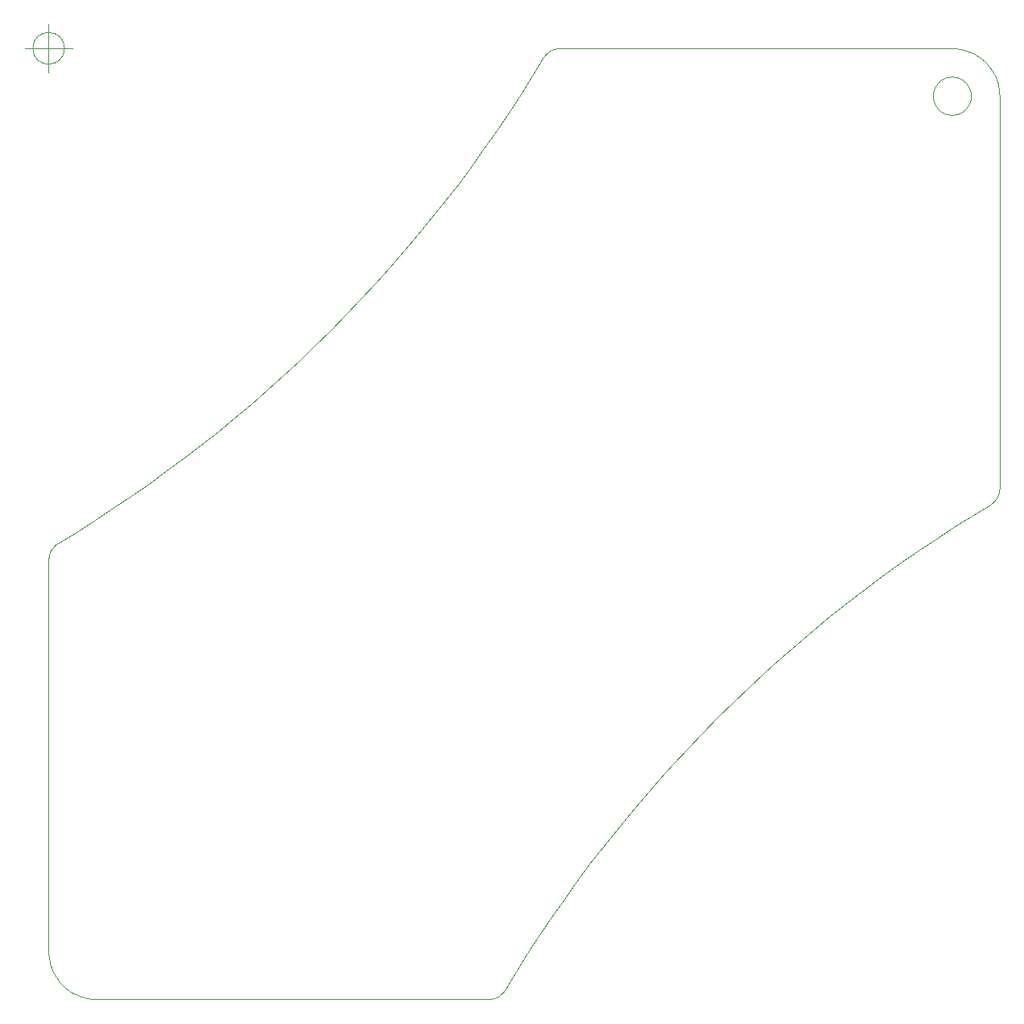
<source format=gm1>
G04 #@! TF.GenerationSoftware,KiCad,Pcbnew,5.99.0-unknown-748bee1bc~104~ubuntu20.04.1*
G04 #@! TF.CreationDate,2020-09-24T12:18:17+09:30*
G04 #@! TF.ProjectId,badge,62616467-652e-46b6-9963-61645f706362,0.1*
G04 #@! TF.SameCoordinates,Original*
G04 #@! TF.FileFunction,Profile,NP*
%FSLAX46Y46*%
G04 Gerber Fmt 4.6, Leading zero omitted, Abs format (unit mm)*
G04 Created by KiCad (PCBNEW 5.99.0-unknown-748bee1bc~104~ubuntu20.04.1) date 2020-09-24 12:18:17*
%MOMM*%
%LPD*%
G01*
G04 APERTURE LIST*
G04 #@! TA.AperFunction,Profile*
%ADD10C,0.100000*%
G04 #@! TD*
G04 APERTURE END LIST*
D10*
X50292145Y-102710948D02*
X50259841Y-102765911D01*
X146344777Y-53519503D02*
X146414235Y-53585725D01*
X93670151Y-150000092D02*
X94959157Y-150000092D01*
X49999994Y-121797891D02*
X49999994Y-123086902D01*
X94959157Y-150000092D02*
X96248162Y-150000092D01*
X98381472Y-56759711D02*
X97104594Y-58649548D01*
X146037097Y-53289486D02*
X146118242Y-53341508D01*
X143727837Y-56543234D02*
X143655267Y-56480374D01*
X118759194Y-121980466D02*
X120357556Y-120357584D01*
X147000017Y-54999948D02*
X146997414Y-55102867D01*
X96884714Y-149896117D02*
X96945026Y-149874781D01*
X50994616Y-147989775D02*
X51143178Y-148178723D01*
X49999994Y-128242948D02*
X49999994Y-129531959D01*
X50303888Y-146717492D02*
X50393540Y-146944456D01*
X150000006Y-64022949D02*
X150000006Y-62733940D01*
X146118242Y-53341508D02*
X146196655Y-53397268D01*
X143456725Y-56272125D02*
X143397352Y-56196571D01*
X50521681Y-102404622D02*
X50479298Y-102452665D01*
X56288996Y-150000092D02*
X57578001Y-150000092D01*
X149774837Y-53514688D02*
X149696112Y-53282498D01*
X143519586Y-53655184D02*
X143585809Y-53585725D01*
X144221534Y-53157110D02*
X144312357Y-53121299D01*
X115637421Y-125298388D02*
X117185699Y-123627517D01*
X143121383Y-55687610D02*
X143089939Y-55594683D01*
X91713452Y-66002162D02*
X90296506Y-67786884D01*
X60519153Y-95798919D02*
X58649642Y-97104509D01*
X50225163Y-146485301D02*
X50303888Y-146717492D01*
X69179050Y-150000092D02*
X70468055Y-150000092D01*
X97547228Y-149520789D02*
X97595271Y-149478405D01*
X49999994Y-126953936D02*
X49999994Y-128242948D01*
X150000006Y-56288893D02*
X150000006Y-54999883D01*
X50971856Y-102036246D02*
X50916024Y-102070962D01*
X149998929Y-96313921D02*
X150000006Y-96248184D01*
X146842848Y-55778433D02*
X146802797Y-55867025D01*
X144897110Y-53002543D02*
X145000031Y-52999941D01*
X85936119Y-150000092D02*
X87225124Y-150000092D01*
X143655267Y-53519503D02*
X143727837Y-53456642D01*
X50658291Y-102268503D02*
X50611202Y-102312497D01*
X150000006Y-91092146D02*
X150000006Y-89803137D01*
X146602691Y-56196571D02*
X146543317Y-56272125D01*
X145867108Y-53197161D02*
X145953343Y-53241329D01*
X52206387Y-149145006D02*
X52409273Y-149275198D01*
X141132992Y-49999908D02*
X139843985Y-49999908D01*
X144897110Y-56997331D02*
X144795540Y-56989608D01*
X50084548Y-103176231D02*
X50067066Y-103237977D01*
X129531937Y-49999908D02*
X128242931Y-49999908D01*
X57578001Y-150000092D02*
X58867007Y-150000092D01*
X144312357Y-53121299D02*
X144405286Y-53089856D01*
X146976972Y-54695364D02*
X146989691Y-54795457D01*
X150000006Y-79491062D02*
X150000006Y-78202052D01*
X97004557Y-149851555D02*
X97063261Y-149826464D01*
X110196847Y-49999908D02*
X108907841Y-49999908D01*
X149961981Y-96636542D02*
X149973497Y-96572972D01*
X49999994Y-105040742D02*
X49999994Y-106329754D01*
X52010312Y-149005471D02*
X52206387Y-149145006D01*
X143397352Y-56196571D02*
X143341591Y-56118159D01*
X146543317Y-53727753D02*
X146602691Y-53803307D01*
X149740162Y-97234011D02*
X149770700Y-97178047D01*
X143121383Y-54312274D02*
X143157193Y-54221450D01*
X108286530Y-133997798D02*
X109703477Y-132213073D01*
X103300452Y-50051462D02*
X103238054Y-50066980D01*
X103054943Y-50125219D02*
X102995413Y-50148445D01*
X145102950Y-53002543D02*
X145204518Y-53010266D01*
X150000006Y-74335024D02*
X150000006Y-73046015D01*
X50067066Y-103237977D02*
X50051548Y-103300375D01*
X143881804Y-56658367D02*
X143803391Y-56602607D01*
X96945026Y-149874781D02*
X97004557Y-149851555D01*
X146118242Y-56658367D02*
X146037097Y-56710389D01*
X150000006Y-57577902D02*
X150000006Y-56288893D01*
X74335071Y-150000092D02*
X75624076Y-150000092D01*
X52409273Y-149275198D02*
X52618654Y-149395730D01*
X143062989Y-54500111D02*
X143089939Y-54405203D01*
X49999994Y-139844050D02*
X49999994Y-141133062D01*
X50361955Y-102604196D02*
X50326192Y-102657028D01*
X49999994Y-129531959D02*
X49999994Y-130820970D01*
X150000006Y-62733940D02*
X150000006Y-61444930D01*
X143397352Y-53803307D02*
X143456725Y-53727753D01*
X143803391Y-56602607D02*
X143727837Y-56543234D01*
X143711004Y-49999908D02*
X142421998Y-49999908D01*
X150000006Y-89803137D02*
X150000006Y-88514127D01*
X150000006Y-69178986D02*
X150000006Y-67889977D01*
X103363458Y-50037933D02*
X103300452Y-50051462D01*
X49999994Y-133398993D02*
X49999994Y-134688005D01*
X150000006Y-58866911D02*
X150000006Y-57577902D01*
X130450385Y-111147412D02*
X132213035Y-109703500D01*
X96823662Y-149915538D02*
X96884714Y-149896117D01*
X150000006Y-66600968D02*
X150000006Y-65311958D01*
X82069103Y-150000092D02*
X83358108Y-150000092D01*
X130820943Y-49999908D02*
X129531937Y-49999908D01*
X58867007Y-150000092D02*
X60156012Y-150000092D01*
X142421998Y-49999908D02*
X141132992Y-49999908D01*
X50479298Y-102452665D02*
X50438533Y-102501971D01*
X121980438Y-118759220D02*
X123627488Y-117185724D01*
X97595271Y-149478405D02*
X97642009Y-149434429D01*
X120508895Y-49999908D02*
X119219889Y-49999908D01*
X97342865Y-149673895D02*
X97395697Y-149638132D01*
X149243014Y-97815046D02*
X149293115Y-97773970D01*
X146717406Y-50303802D02*
X146485214Y-50225077D01*
X50026503Y-103426950D02*
X50017026Y-103491040D01*
X114063865Y-49999908D02*
X112774859Y-49999908D01*
X121797901Y-49999908D02*
X120508895Y-49999908D01*
X146414235Y-56414151D02*
X146344777Y-56480374D01*
X146480457Y-56344693D02*
X146414235Y-56414151D01*
X144695447Y-56976889D02*
X144596957Y-56959301D01*
X150000006Y-75624033D02*
X150000006Y-74335024D01*
X146997414Y-54897027D02*
X147000017Y-54999948D01*
X144221534Y-56842765D02*
X144132941Y-56802713D01*
X53055631Y-149606546D02*
X53282594Y-149696198D01*
X102604276Y-50361864D02*
X102552576Y-50399319D01*
X143000024Y-54999948D02*
X143002626Y-54897027D01*
X149990388Y-96444313D02*
X149995715Y-96379312D01*
X150000006Y-67889977D02*
X150000006Y-66600968D01*
X52834212Y-149506285D02*
X53055631Y-149606546D01*
X102936709Y-50173536D02*
X102878874Y-50200467D01*
X103238054Y-50066980D02*
X103176307Y-50084462D01*
X101618508Y-143240262D02*
X102895385Y-141350422D01*
X97892559Y-149138499D02*
X97928931Y-149084062D01*
X49999994Y-143711085D02*
X49999994Y-145000096D01*
X107618835Y-49999908D02*
X106329829Y-49999908D01*
X73007303Y-85885194D02*
X71289846Y-87381987D01*
X114114711Y-126992728D02*
X115637421Y-125298388D01*
X95799004Y-60519062D02*
X94465051Y-62367902D01*
X102036331Y-50971748D02*
X100847690Y-52920461D01*
X52920565Y-100847604D02*
X50971856Y-102036246D01*
X149275112Y-52409181D02*
X149144920Y-52206296D01*
X61445017Y-150000092D02*
X62734023Y-150000092D01*
X50051548Y-103300375D02*
X50038019Y-103363380D01*
X50757000Y-102184869D02*
X50706898Y-102225946D01*
X96572943Y-149973583D02*
X96636513Y-149962068D01*
X146944369Y-50393454D02*
X146717406Y-50303802D01*
X146937052Y-55499776D02*
X146910101Y-55594683D01*
X106896898Y-135804244D02*
X108286530Y-133997798D01*
X103115256Y-50103883D02*
X103054943Y-50125219D01*
X150000006Y-93670165D02*
X150000006Y-92381156D01*
X145256920Y-50006427D02*
X145000010Y-49999908D01*
X149896031Y-96884745D02*
X149915453Y-96823693D01*
X137265973Y-49999908D02*
X135976967Y-49999908D01*
X146272208Y-53456642D02*
X146344777Y-53519503D01*
X56759807Y-98381386D02*
X54849998Y-99629201D01*
X49999994Y-103751731D02*
X49999994Y-105040742D01*
X50855080Y-147793699D02*
X50994616Y-147989775D01*
X149191445Y-97854597D02*
X149243014Y-97815046D01*
X49999994Y-124375913D02*
X49999994Y-125664925D01*
X150000006Y-83358090D02*
X150000006Y-82069080D01*
X146196655Y-56602607D02*
X146118242Y-56658367D01*
X50125306Y-103054867D02*
X50103970Y-103115179D01*
X146196655Y-53397268D02*
X146272208Y-53456642D01*
X109703477Y-132213073D02*
X111147389Y-130450420D01*
X143727837Y-53456642D02*
X143803391Y-53397268D01*
X145867108Y-56802713D02*
X145778516Y-56842765D01*
X53993586Y-149898329D02*
X54239561Y-149942375D01*
X97687396Y-149388884D02*
X97731390Y-149341796D01*
X123086907Y-49999908D02*
X121797901Y-49999908D01*
X143010350Y-54795457D02*
X143023068Y-54695364D01*
X133398955Y-49999908D02*
X132109949Y-49999908D01*
X117930883Y-49999908D02*
X116641877Y-49999908D01*
X74701640Y-84362485D02*
X73007303Y-85885194D01*
X149520709Y-97547254D02*
X149561474Y-97497948D01*
X146878658Y-54312274D02*
X146910101Y-54405203D01*
X67786969Y-90296423D02*
X66002248Y-91713369D01*
X102107420Y-50861484D02*
X102071048Y-50915919D01*
X143040657Y-55403015D02*
X143023068Y-55304526D01*
X49999994Y-132109982D02*
X49999994Y-133398993D01*
X150000006Y-76913043D02*
X150000006Y-75624033D01*
X50611202Y-102312497D02*
X50565658Y-102357884D01*
X126992696Y-114114735D02*
X128710155Y-112617941D01*
X67890044Y-150000092D02*
X69179050Y-150000092D01*
X50025857Y-145510588D02*
X50057711Y-145760525D01*
X145204518Y-53010266D02*
X145304609Y-53022985D01*
X64023028Y-150000092D02*
X65312033Y-150000092D01*
X97063261Y-149826464D02*
X97121096Y-149799532D01*
X51639860Y-148699636D02*
X51821364Y-148856909D01*
X146037097Y-56710389D02*
X145953343Y-56758546D01*
X146910101Y-55594683D02*
X146878658Y-55687610D01*
X53282594Y-149696198D02*
X53514786Y-149774924D01*
X51821364Y-148856909D02*
X52010312Y-149005471D01*
X78202087Y-150000092D02*
X79491092Y-150000092D01*
X150000006Y-61444930D02*
X150000006Y-60155921D01*
X76913082Y-150000092D02*
X78202087Y-150000092D01*
X102995413Y-50148445D02*
X102936709Y-50173536D01*
X102184954Y-50756900D02*
X102145403Y-50808470D01*
X97773947Y-149293188D02*
X97815023Y-149243086D01*
X143062989Y-55499776D02*
X143040657Y-55403015D01*
X54743080Y-149993574D02*
X54999991Y-150000092D01*
X87382068Y-71289763D02*
X85885276Y-73007221D01*
X88852595Y-69549534D02*
X87382068Y-71289763D01*
X143341591Y-56118159D02*
X143289569Y-56037013D01*
X102357967Y-50565563D02*
X102312580Y-50611106D01*
X146758629Y-54046621D02*
X146802797Y-54132858D01*
X145403098Y-53040573D02*
X145499859Y-53062906D01*
X149638050Y-97395725D02*
X149673812Y-97342894D01*
X148360140Y-51300362D02*
X148178636Y-51143090D01*
X144795540Y-56989608D02*
X144695447Y-56976889D01*
X50326192Y-102657028D02*
X50292145Y-102710948D01*
X119219889Y-49999908D02*
X117930883Y-49999908D01*
X51143178Y-148178723D02*
X51300450Y-148360227D01*
X79491092Y-150000092D02*
X80780098Y-150000092D01*
X139843985Y-49999908D02*
X138554979Y-49999908D01*
X143585809Y-53585725D02*
X143655267Y-53519503D01*
X145760439Y-50057625D02*
X145510502Y-50025771D01*
X149673812Y-97342894D02*
X149707858Y-97288975D01*
X149506198Y-52834118D02*
X149395643Y-52618561D01*
X149851470Y-97004588D02*
X149874695Y-96945058D01*
X149395643Y-52618561D02*
X149275112Y-52409181D01*
X145778516Y-56842765D02*
X145687694Y-56878575D01*
X100847690Y-52920461D02*
X99629287Y-54849898D01*
X83358108Y-150000092D02*
X84647114Y-150000092D01*
X143023068Y-54695364D02*
X143040657Y-54596874D01*
X78019556Y-81240716D02*
X76372508Y-82814210D01*
X49999994Y-108907776D02*
X49999994Y-110196788D01*
X64195806Y-93103000D02*
X62367991Y-94464966D01*
X146976972Y-55304526D02*
X146959384Y-55403015D01*
X103176307Y-50084462D02*
X103115256Y-50103883D01*
X145304609Y-56976889D02*
X145204518Y-56989608D01*
X146959384Y-54596874D02*
X146976972Y-54695364D01*
X50009612Y-103555606D02*
X50004285Y-103620606D01*
X149770700Y-97178047D02*
X149799447Y-97121126D01*
X145953343Y-53241329D02*
X146037097Y-53289486D01*
X50259841Y-102765911D02*
X50229302Y-102821876D01*
X103751817Y-49999908D02*
X103686080Y-50000985D01*
X96248162Y-150000092D02*
X96313897Y-149999015D01*
X97731390Y-149341796D02*
X97773947Y-149293188D01*
X146485214Y-50225077D02*
X146248112Y-50157595D01*
X149341721Y-97731414D02*
X149388808Y-97687420D01*
X146989691Y-54795457D02*
X146997414Y-54897027D01*
X144795540Y-53010266D02*
X144897110Y-53002543D01*
X60156012Y-150000092D02*
X61445017Y-150000092D01*
X149993487Y-54742975D02*
X149974143Y-54489395D01*
X49999994Y-137266027D02*
X49999994Y-138555039D01*
X105040823Y-49999908D02*
X103751817Y-49999908D01*
X149138430Y-97892581D02*
X149191445Y-97854597D01*
X148533884Y-51466028D02*
X148360140Y-51300362D01*
X135976967Y-49999908D02*
X134687961Y-49999908D01*
X115352871Y-49999908D02*
X114063865Y-49999908D01*
X143241412Y-54046621D02*
X143289569Y-53962867D01*
X50101758Y-146006501D02*
X50157681Y-146248198D01*
X96636513Y-149962068D02*
X96699518Y-149948538D01*
X71289846Y-87381987D02*
X69549618Y-88852513D01*
X97497922Y-149561554D02*
X97547228Y-149520789D01*
X145687694Y-56878575D02*
X145594766Y-56910018D01*
X50393540Y-146944456D02*
X50493802Y-147165875D01*
X145687694Y-53121299D02*
X145778516Y-53157110D01*
X132109949Y-49999908D02*
X130820943Y-49999908D01*
X102502052Y-50438441D02*
X102452747Y-50479205D01*
X146344777Y-56480374D02*
X146272208Y-56543234D01*
X102765989Y-50259752D02*
X102711026Y-50292056D01*
X105534930Y-137632064D02*
X106896898Y-135804244D01*
X149932935Y-96761947D02*
X149948452Y-96699548D01*
X143197245Y-55867025D02*
X143157193Y-55778433D01*
X89803135Y-150000092D02*
X91092141Y-150000092D01*
X145594766Y-53089856D02*
X145687694Y-53121299D01*
X96444286Y-149990475D02*
X96508853Y-149983061D01*
X104200976Y-139480906D02*
X105534930Y-137632064D01*
X149799447Y-97121126D02*
X149826379Y-97063292D01*
X49999994Y-112774811D02*
X49999994Y-114063822D01*
X150000006Y-82069080D02*
X150000006Y-80780071D01*
X97121096Y-149799532D02*
X97178017Y-149770784D01*
X144132941Y-53197161D02*
X144221534Y-53157110D01*
X143157193Y-54221450D02*
X143197245Y-54132858D01*
X143157193Y-55778433D02*
X143121383Y-55687610D01*
X143040657Y-54596874D02*
X143062989Y-54500111D01*
X52618654Y-149395730D02*
X52834212Y-149506285D01*
X128710155Y-112617941D02*
X130450385Y-111147412D01*
X49999994Y-130820970D02*
X49999994Y-132109982D01*
X96761916Y-149933021D02*
X96823662Y-149915538D01*
X49999994Y-115352834D02*
X49999994Y-116641845D01*
X145499859Y-53062906D02*
X145594766Y-53089856D01*
X149707858Y-97288975D02*
X149740162Y-97234011D01*
X146658451Y-53881720D02*
X146710472Y-53962867D01*
X150000006Y-96248184D02*
X150000006Y-94959174D01*
X97178017Y-149770784D02*
X97233981Y-149740246D01*
X145000010Y-49999908D02*
X143711004Y-49999908D01*
X149005384Y-52010222D02*
X148856822Y-51821274D01*
X143803391Y-53397268D02*
X143881804Y-53341508D01*
X149842320Y-53751790D02*
X149774837Y-53514688D01*
X146910101Y-54405203D02*
X146937052Y-54500111D01*
X96313897Y-149999015D02*
X96379286Y-149995801D01*
X97642009Y-149434429D02*
X97687396Y-149388884D01*
X106329829Y-49999908D02*
X105040823Y-49999908D01*
X102878874Y-50200467D02*
X102821953Y-50229214D01*
X112774859Y-49999908D02*
X111485853Y-49999908D01*
X53751888Y-149842406D02*
X53993586Y-149898329D01*
X71757060Y-150000092D02*
X73046066Y-150000092D01*
X146997414Y-55102867D02*
X146989691Y-55204435D01*
X145510502Y-50025771D02*
X145256920Y-50006427D01*
X49999994Y-138555039D02*
X49999994Y-139844050D01*
X102404704Y-50521587D02*
X102357967Y-50565563D01*
X137632019Y-105534952D02*
X139480858Y-104200998D01*
X80780098Y-150000092D02*
X82069103Y-150000092D01*
X141350371Y-102895407D02*
X143240208Y-101618529D01*
X103491119Y-50016940D02*
X103427028Y-50026417D01*
X54489498Y-149974229D02*
X54743080Y-149993574D01*
X50057711Y-145760525D02*
X50101758Y-146006501D01*
X144596957Y-56959301D02*
X144500195Y-56936969D01*
X65312033Y-150000092D02*
X66601039Y-150000092D01*
X146710472Y-53962867D02*
X146758629Y-54046621D01*
X102071048Y-50915919D02*
X102036331Y-50971748D01*
X143962950Y-56710389D02*
X143881804Y-56658367D01*
X50565658Y-102357884D02*
X50521681Y-102404622D01*
X144046704Y-56758546D02*
X143962950Y-56710389D01*
X73046066Y-150000092D02*
X74335071Y-150000092D01*
X150000006Y-85936109D02*
X150000006Y-84647099D01*
X50001071Y-103685996D02*
X49999994Y-103751731D01*
X149915453Y-96823693D02*
X149932935Y-96761947D01*
X143002626Y-55102867D02*
X143000024Y-54999948D01*
X149942289Y-54239459D02*
X149898242Y-53993486D01*
X96379286Y-149995801D02*
X96444286Y-149990475D01*
X150000006Y-84647099D02*
X150000006Y-83358090D01*
X124375913Y-49999908D02*
X123086907Y-49999908D01*
X145000031Y-56999933D02*
X144897110Y-56997331D01*
X102552576Y-50399319D02*
X102502052Y-50438441D01*
X143002626Y-54897027D02*
X143010350Y-54795457D01*
X120357556Y-120357584D02*
X121980438Y-118759220D01*
X128242931Y-49999908D02*
X126953925Y-49999908D01*
X85885276Y-73007221D02*
X84362566Y-74701559D01*
X49999994Y-111485799D02*
X49999994Y-112774811D01*
X145499859Y-56936969D02*
X145403098Y-56959301D01*
X97288945Y-149707941D02*
X97342865Y-149673895D01*
X49999994Y-107618765D02*
X49999994Y-108907776D01*
X146248112Y-50157595D02*
X146006414Y-50101672D01*
X103620689Y-50004199D02*
X103555687Y-50009526D01*
X79642436Y-79642355D02*
X78019556Y-81240716D01*
X102895385Y-141350422D02*
X104200976Y-139480906D01*
X92381146Y-150000092D02*
X93670151Y-150000092D01*
X148178636Y-51143090D02*
X147989688Y-50994528D01*
X102226030Y-50706800D02*
X102184954Y-50756900D01*
X81240797Y-78019475D02*
X79642436Y-79642355D01*
X145150019Y-100370714D02*
X147079455Y-99152311D01*
X150000006Y-60155921D02*
X150000006Y-58866911D01*
X150000006Y-73046015D02*
X150000006Y-71757005D01*
X149995715Y-96379312D02*
X149998929Y-96313921D01*
X143341591Y-53881720D02*
X143397352Y-53803307D01*
X149948452Y-96699548D02*
X149961981Y-96636542D01*
X54849998Y-99629201D02*
X52920565Y-100847604D01*
X102821953Y-50229214D02*
X102765989Y-50259752D01*
X146543317Y-56272125D02*
X146480457Y-56344693D01*
X145778516Y-53157110D02*
X145867108Y-53197161D01*
X50229302Y-102821876D02*
X50200555Y-102878797D01*
X143089939Y-55594683D02*
X143062989Y-55499776D01*
X84647114Y-150000092D02*
X85936119Y-150000092D01*
X49999994Y-106329754D02*
X49999994Y-107618765D01*
X88514130Y-150000092D02*
X89803135Y-150000092D01*
X50438533Y-102501971D02*
X50399410Y-102552496D01*
X97963647Y-149028231D02*
X99152289Y-147079516D01*
X144405286Y-56910018D02*
X144312357Y-56878575D01*
X125298357Y-115637446D02*
X126992696Y-114114735D01*
X108907841Y-49999908D02*
X107618835Y-49999908D01*
X112617917Y-128710189D02*
X114114711Y-126992728D01*
X145102950Y-56997331D02*
X145000031Y-56999933D01*
X51300450Y-148360227D02*
X51466117Y-148533970D01*
X54999991Y-150000092D02*
X56288996Y-150000092D01*
X143240208Y-101618529D02*
X145150019Y-100370714D01*
X50808572Y-102145318D02*
X50757000Y-102184869D01*
X126953925Y-49999908D02*
X125664919Y-49999908D01*
X62734023Y-150000092D02*
X64023028Y-150000092D01*
X111485853Y-49999908D02*
X110196847Y-49999908D01*
X144405286Y-53089856D02*
X144500195Y-53062906D01*
X97854575Y-149191515D02*
X97892559Y-149138499D01*
X143585809Y-56414151D02*
X143519586Y-56344693D01*
X150000006Y-70467996D02*
X150000006Y-69178986D01*
X149606460Y-53055536D02*
X149506198Y-52834118D01*
X149874695Y-96945058D02*
X149896031Y-96884745D01*
X50724889Y-147590813D02*
X50855080Y-147793699D01*
X147793613Y-50854993D02*
X147590727Y-50724802D01*
X143456725Y-53727753D02*
X143519586Y-53655184D01*
X139480858Y-104200998D02*
X141350371Y-102895407D01*
X51466117Y-148533970D02*
X51639860Y-148699636D01*
X145594766Y-56910018D02*
X145499859Y-56936969D01*
X50148532Y-102995336D02*
X50125306Y-103054867D01*
X150000006Y-88514127D02*
X150000006Y-87225118D01*
X50399410Y-102552496D02*
X50361955Y-102604196D01*
X49999994Y-123086902D02*
X49999994Y-124375913D01*
X103427028Y-50026417D02*
X103363458Y-50037933D01*
X100370692Y-145150077D02*
X101618508Y-143240262D01*
X49999994Y-114063822D02*
X49999994Y-115352834D01*
X49999994Y-110196788D02*
X49999994Y-111485799D01*
X97815023Y-149243086D02*
X97854575Y-149191515D01*
X149083996Y-97928953D02*
X149138430Y-97892581D01*
X50103970Y-103115179D02*
X50084548Y-103176231D01*
X147989688Y-50994528D02*
X147793613Y-50854993D01*
X54239561Y-149942375D02*
X54489498Y-149974229D01*
X50038019Y-103363380D02*
X50026503Y-103426950D01*
X102711026Y-50292056D02*
X102657107Y-50326102D01*
X149600595Y-97447424D02*
X149638050Y-97395725D01*
X146989691Y-55204435D02*
X146976972Y-55304526D01*
X66601039Y-150000092D02*
X67890044Y-150000092D01*
X50861588Y-102107334D02*
X50808572Y-102145318D01*
X145953343Y-56758546D02*
X145867108Y-56802713D01*
X143519586Y-56344693D02*
X143456725Y-56272125D01*
X50004285Y-103620606D02*
X50001071Y-103685996D01*
X97395697Y-149638132D02*
X97447397Y-149600676D01*
X111147389Y-130450420D02*
X112617917Y-128710189D01*
X49999994Y-117930856D02*
X49999994Y-119219868D01*
X150000006Y-87225118D02*
X150000006Y-85936109D01*
X143962950Y-53289486D02*
X144046704Y-53241329D01*
X87225124Y-150000092D02*
X88514130Y-150000092D01*
X97447397Y-149600676D02*
X97497922Y-149561554D01*
X145204518Y-56989608D02*
X145102950Y-56997331D01*
X149434352Y-97642033D02*
X149478327Y-97595297D01*
X147381346Y-50604270D02*
X147165788Y-50493716D01*
X145000010Y-49999908D02*
X145000010Y-49999908D01*
X133997758Y-108286553D02*
X135804202Y-106896920D01*
X143655267Y-56480374D02*
X143585809Y-56414151D01*
X150000006Y-54999883D02*
X149993487Y-54742975D01*
X49999994Y-125664925D02*
X49999994Y-126953936D01*
X143010350Y-55204435D02*
X143002626Y-55102867D01*
X150000006Y-78202052D02*
X150000006Y-76913043D01*
X103555687Y-50009526D02*
X103491119Y-50016940D01*
X149696112Y-53282498D02*
X149606460Y-53055536D01*
X144132941Y-56802713D02*
X144046704Y-56758546D01*
X145000031Y-52999941D02*
X145102950Y-53002543D01*
X50017026Y-103491040D02*
X50009612Y-103555606D01*
X148856822Y-51821274D02*
X148699550Y-51639771D01*
X70468055Y-150000092D02*
X71757060Y-150000092D01*
X149826379Y-97063292D02*
X149851470Y-97004588D01*
X49999994Y-119219868D02*
X49999994Y-120508879D01*
X97233981Y-149740246D02*
X97288945Y-149707941D01*
X146842848Y-54221450D02*
X146878658Y-54312274D01*
X102312580Y-50611106D02*
X102268587Y-50658193D01*
X149898242Y-53993486D02*
X149842320Y-53751790D01*
X145304609Y-53022985D02*
X145403098Y-53040573D01*
X90296506Y-67786884D02*
X88852595Y-69549534D01*
X49999994Y-142422073D02*
X49999994Y-143711085D01*
X91092141Y-150000092D02*
X92381146Y-150000092D01*
X96508853Y-149983061D02*
X96572943Y-149973583D01*
X69549618Y-88852513D02*
X67786969Y-90296423D01*
X146802797Y-55867025D02*
X146758629Y-55953260D01*
X146878658Y-55687610D02*
X146842848Y-55778433D01*
X149028166Y-97963669D02*
X149083996Y-97928953D01*
X84362566Y-74701559D02*
X82814290Y-76372427D01*
X50916024Y-102070962D02*
X50861588Y-102107334D01*
X144500195Y-56936969D02*
X144405286Y-56910018D01*
X49999994Y-120508879D02*
X49999994Y-121797891D01*
X50604357Y-147381433D02*
X50724889Y-147590813D01*
X102452747Y-50479205D02*
X102404704Y-50521587D01*
X117185699Y-123627517D02*
X118759194Y-121980466D01*
X143197245Y-54132858D02*
X143241412Y-54046621D01*
X123627488Y-117185724D02*
X125298357Y-115637446D01*
X149388808Y-97687420D02*
X149434352Y-97642033D01*
X135804202Y-106896920D02*
X137632019Y-105534952D01*
X147079455Y-99152311D02*
X149028166Y-97963669D01*
X116641877Y-49999908D02*
X115352871Y-49999908D01*
X99152289Y-147079516D02*
X100370692Y-145150077D01*
X102268587Y-50658193D02*
X102226030Y-50706800D01*
X76372508Y-82814210D02*
X74701640Y-84362485D01*
X146272208Y-56543234D02*
X146196655Y-56602607D01*
X150000006Y-80780071D02*
X150000006Y-79491062D01*
X150000006Y-94959174D02*
X150000006Y-93670165D01*
X102145403Y-50808470D02*
X102107420Y-50861484D01*
X102657107Y-50326102D02*
X102604276Y-50361864D01*
X149973497Y-96572972D02*
X149982974Y-96508881D01*
X50006513Y-145257006D02*
X50025857Y-145510588D01*
X58649642Y-97104509D02*
X56759807Y-98381386D01*
X75624076Y-150000092D02*
X76913082Y-150000092D01*
X50173623Y-102936632D02*
X50148532Y-102995336D01*
X146480457Y-53655184D02*
X146543317Y-53727753D01*
X144046704Y-53241329D02*
X144132941Y-53197161D01*
X143289569Y-53962867D02*
X143341591Y-53881720D01*
X146802797Y-54132858D02*
X146842848Y-54221450D01*
X97928931Y-149084062D02*
X97963647Y-149028231D01*
X146959384Y-55403015D02*
X146937052Y-55499776D01*
X94465051Y-62367902D02*
X93103083Y-64195718D01*
X97104594Y-58649548D02*
X95799004Y-60519062D01*
X49999994Y-135977016D02*
X49999994Y-137266027D01*
X50157681Y-146248198D02*
X50225163Y-146485301D01*
X146710472Y-56037013D02*
X146658451Y-56118159D01*
X66002248Y-91713369D02*
X64195806Y-93103000D01*
X132213035Y-109703500D02*
X133997758Y-108286553D01*
X143881804Y-53341508D02*
X143962950Y-53289486D01*
X49999994Y-145000096D02*
X50006513Y-145257006D01*
X150000006Y-71757005D02*
X150000006Y-70467996D01*
X149974143Y-54489395D02*
X149942289Y-54239459D01*
X146758629Y-55953260D02*
X146710472Y-56037013D01*
X148699550Y-51639771D02*
X148533884Y-51466028D01*
X146602691Y-53803307D02*
X146658451Y-53881720D01*
X149478327Y-97595297D02*
X149520709Y-97547254D01*
X149561474Y-97497948D02*
X149600595Y-97447424D01*
X103686080Y-50000985D02*
X103620689Y-50004199D01*
X49999994Y-116641845D02*
X49999994Y-117930856D01*
X144596957Y-53040573D02*
X144695447Y-53022985D01*
X143089939Y-54405203D02*
X143121383Y-54312274D01*
X138554979Y-49999908D02*
X137265973Y-49999908D01*
X144500195Y-53062906D02*
X144596957Y-53040573D01*
X145000031Y-56999933D02*
X145000031Y-56999933D01*
X149144920Y-52206296D02*
X149005384Y-52010222D01*
X143241412Y-55953260D02*
X143197245Y-55867025D01*
X50200555Y-102878797D02*
X50173623Y-102936632D01*
X125664919Y-49999908D02*
X124375913Y-49999908D01*
X144312357Y-56878575D02*
X144221534Y-56842765D01*
X53514786Y-149774924D02*
X53751888Y-149842406D01*
X147590727Y-50724802D02*
X147381346Y-50604270D01*
X134687961Y-49999908D02*
X133398955Y-49999908D01*
X149293115Y-97773970D02*
X149341721Y-97731414D01*
X50493802Y-147165875D02*
X50604357Y-147381433D01*
X146937052Y-54500111D02*
X146959384Y-54596874D01*
X150000006Y-92381156D02*
X150000006Y-91092146D01*
X82814290Y-76372427D02*
X81240797Y-78019475D01*
X146658451Y-56118159D02*
X146602691Y-56196571D01*
X143289569Y-56037013D02*
X143241412Y-55953260D01*
X143023068Y-55304526D02*
X143010350Y-55204435D01*
X49999994Y-141133062D02*
X49999994Y-142422073D01*
X146006414Y-50101672D02*
X145760439Y-50057625D01*
X93103083Y-64195718D02*
X91713452Y-66002162D01*
X144695447Y-53022985D02*
X144795540Y-53010266D01*
X50706898Y-102225946D02*
X50658291Y-102268503D01*
X49999994Y-134688005D02*
X49999994Y-135977016D01*
X99629287Y-54849898D02*
X98381472Y-56759711D01*
X146414235Y-53585725D02*
X146480457Y-53655184D01*
X147165788Y-50493716D02*
X146944369Y-50393454D01*
X150000006Y-65311958D02*
X150000006Y-64022949D01*
X145403098Y-56959301D02*
X145304609Y-56976889D01*
X62367991Y-94464966D02*
X60519153Y-95798919D01*
X96699518Y-149948538D02*
X96761916Y-149933021D01*
X149982974Y-96508881D02*
X149990388Y-96444313D01*
X51666666Y-50000000D02*
G75*
G03*
X51666666Y-50000000I-1666666J0D01*
G01*
X47500000Y-50000000D02*
X52500000Y-50000000D01*
X50000000Y-47500000D02*
X50000000Y-52500000D01*
M02*

</source>
